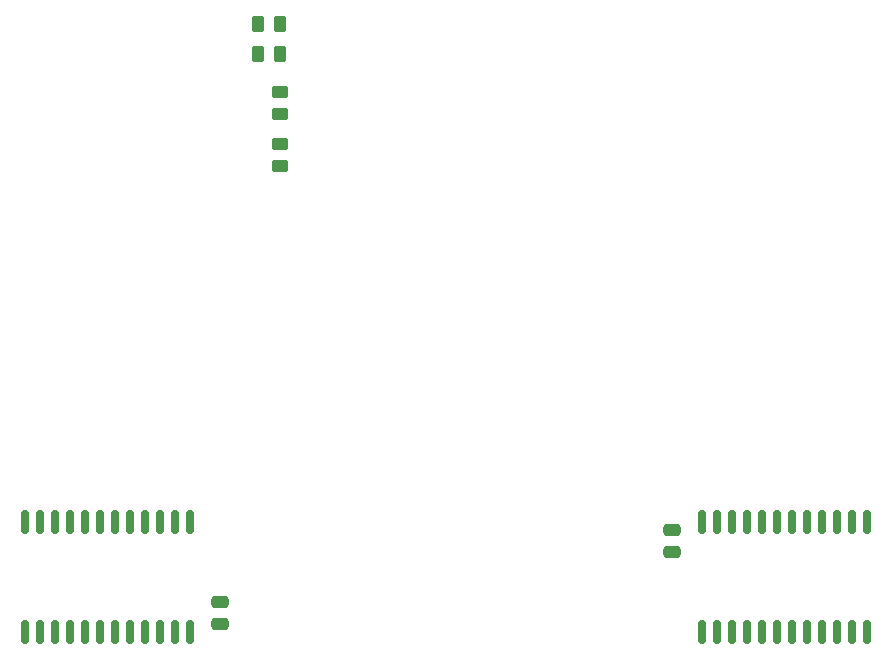
<source format=gbr>
%TF.GenerationSoftware,KiCad,Pcbnew,8.0.1*%
%TF.CreationDate,2024-07-17T22:40:59+10:00*%
%TF.ProjectId,stick,73746963-6b2e-46b6-9963-61645f706362,rev?*%
%TF.SameCoordinates,Original*%
%TF.FileFunction,Paste,Top*%
%TF.FilePolarity,Positive*%
%FSLAX46Y46*%
G04 Gerber Fmt 4.6, Leading zero omitted, Abs format (unit mm)*
G04 Created by KiCad (PCBNEW 8.0.1) date 2024-07-17 22:40:59*
%MOMM*%
%LPD*%
G01*
G04 APERTURE LIST*
G04 Aperture macros list*
%AMRoundRect*
0 Rectangle with rounded corners*
0 $1 Rounding radius*
0 $2 $3 $4 $5 $6 $7 $8 $9 X,Y pos of 4 corners*
0 Add a 4 corners polygon primitive as box body*
4,1,4,$2,$3,$4,$5,$6,$7,$8,$9,$2,$3,0*
0 Add four circle primitives for the rounded corners*
1,1,$1+$1,$2,$3*
1,1,$1+$1,$4,$5*
1,1,$1+$1,$6,$7*
1,1,$1+$1,$8,$9*
0 Add four rect primitives between the rounded corners*
20,1,$1+$1,$2,$3,$4,$5,0*
20,1,$1+$1,$4,$5,$6,$7,0*
20,1,$1+$1,$6,$7,$8,$9,0*
20,1,$1+$1,$8,$9,$2,$3,0*%
G04 Aperture macros list end*
%ADD10RoundRect,0.250000X-0.262500X-0.450000X0.262500X-0.450000X0.262500X0.450000X-0.262500X0.450000X0*%
%ADD11RoundRect,0.150000X0.150000X-0.875000X0.150000X0.875000X-0.150000X0.875000X-0.150000X-0.875000X0*%
%ADD12RoundRect,0.150000X-0.150000X0.875000X-0.150000X-0.875000X0.150000X-0.875000X0.150000X0.875000X0*%
%ADD13RoundRect,0.250000X-0.450000X0.262500X-0.450000X-0.262500X0.450000X-0.262500X0.450000X0.262500X0*%
%ADD14RoundRect,0.250000X0.450000X-0.262500X0.450000X0.262500X-0.450000X0.262500X-0.450000X-0.262500X0*%
%ADD15RoundRect,0.250000X0.475000X-0.250000X0.475000X0.250000X-0.475000X0.250000X-0.475000X-0.250000X0*%
%ADD16RoundRect,0.250000X-0.475000X0.250000X-0.475000X-0.250000X0.475000X-0.250000X0.475000X0.250000X0*%
G04 APERTURE END LIST*
D10*
%TO.C,R2*%
X132002500Y-44700000D03*
X133827500Y-44700000D03*
%TD*%
D11*
%TO.C,U3*%
X169560000Y-93610000D03*
X170830000Y-93610000D03*
X172100000Y-93610000D03*
X173370000Y-93610000D03*
X174640000Y-93610000D03*
X175910000Y-93610000D03*
X177180000Y-93610000D03*
X178450000Y-93610000D03*
X179720000Y-93610000D03*
X180990000Y-93610000D03*
X182260000Y-93610000D03*
X183530000Y-93610000D03*
X183530000Y-84310000D03*
X182260000Y-84310000D03*
X180990000Y-84310000D03*
X179720000Y-84310000D03*
X178450000Y-84310000D03*
X177180000Y-84310000D03*
X175910000Y-84310000D03*
X174640000Y-84310000D03*
X173370000Y-84310000D03*
X172100000Y-84310000D03*
X170830000Y-84310000D03*
X169560000Y-84310000D03*
%TD*%
D12*
%TO.C,U2*%
X126212500Y-84335001D03*
X124942500Y-84335001D03*
X123672500Y-84335001D03*
X122402500Y-84335001D03*
X121132500Y-84335001D03*
X119862500Y-84335001D03*
X118592500Y-84335001D03*
X117322500Y-84335001D03*
X116052500Y-84335001D03*
X114782500Y-84335001D03*
X113512500Y-84335001D03*
X112242500Y-84335001D03*
X112242500Y-93635001D03*
X113512500Y-93635001D03*
X114782500Y-93635001D03*
X116052500Y-93635001D03*
X117322500Y-93635001D03*
X118592500Y-93635001D03*
X119862500Y-93635001D03*
X121132500Y-93635001D03*
X122402500Y-93635001D03*
X123672500Y-93635001D03*
X124942500Y-93635001D03*
X126212500Y-93635001D03*
%TD*%
D13*
%TO.C,R3*%
X133827500Y-47935000D03*
X133827500Y-49760000D03*
%TD*%
D10*
%TO.C,R1*%
X132002500Y-42160000D03*
X133827500Y-42160000D03*
%TD*%
D14*
%TO.C,R4*%
X133827500Y-54135000D03*
X133827500Y-52310000D03*
%TD*%
D15*
%TO.C,C1*%
X128750000Y-92960000D03*
X128750000Y-91060000D03*
%TD*%
D16*
%TO.C,C2*%
X167000000Y-84960000D03*
X167000000Y-86860000D03*
%TD*%
M02*

</source>
